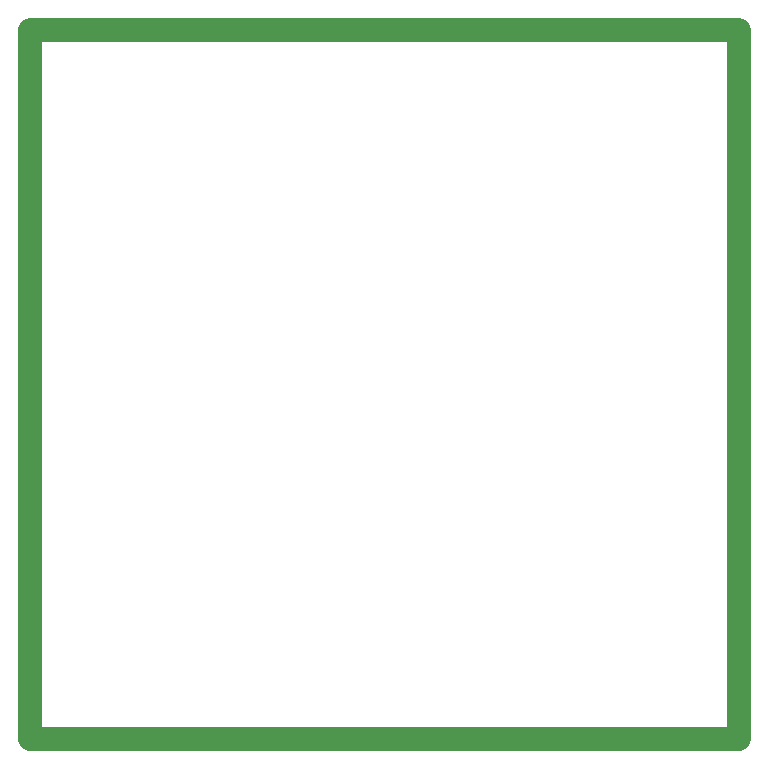
<source format=gko>
G04*
G04 #@! TF.GenerationSoftware,Altium Limited,Altium Designer,21.9.2 (33)*
G04*
G04 Layer_Color=16711935*
%FSTAX24Y24*%
%MOIN*%
G70*
G04*
G04 #@! TF.SameCoordinates,70968F61-CF9C-473A-8EF3-60FC9ECF6E36*
G04*
G04*
G04 #@! TF.FilePolarity,Positive*
G04*
G01*
G75*
%ADD35C,0.0787*%
D35*
X016Y0215D02*
Y045122D01*
Y0215D02*
X039622D01*
Y045122D01*
X016D02*
X039622D01*
M02*

</source>
